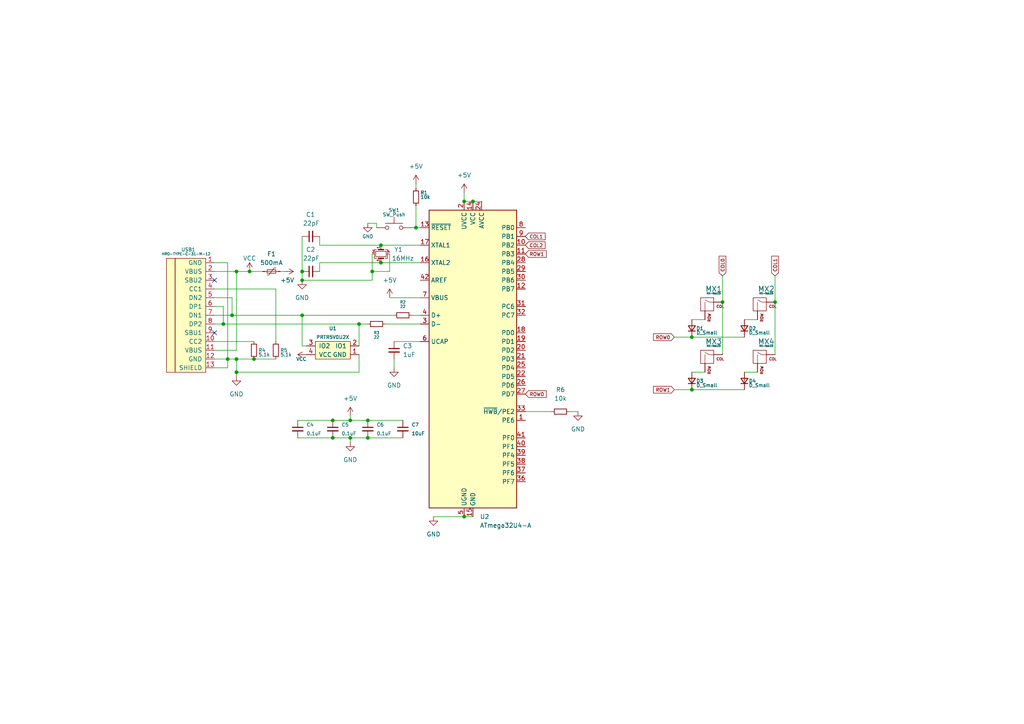
<source format=kicad_sch>
(kicad_sch (version 20211123) (generator eeschema)
  (paper "A4")
  (lib_symbols
    (symbol "Device:C_Small" (pin_numbers hide) (pin_names (offset 0.254) hide)
      (property "Reference" "C" (at 0.254 1.778 0))
      (property "Value" "C_Small" (at 0.254 -2.032 0))
      (symbol "C_Small_0_1"
        (polyline (pts (xy -1.524 -0.508) (xy 1.524 -0.508)) (stroke (width 0.3302)))
        (polyline (pts (xy -1.524 0.508) (xy 1.524 0.508)) (stroke (width 0.3048)))
      )
      (symbol "C_Small_1_1"
        (pin passive line (at 0 2.54 270) (length 2.032) (name "~") (number "1"))
        (pin passive line (at 0 -2.54 90) (length 2.032) (name "~") (number "2"))
      )
    )
    (symbol "Device:Crystal_GND24_Small" (pin_names (offset 1.016) hide)
      (property "Reference" "Y" (at 1.27 4.445 0))
      (property "Value" "Crystal_GND24_Small" (at 1.27 2.54 0))
      (symbol "Crystal_GND24_Small_0_1"
        (rectangle (start -0.762 -1.524) (end 0.762 1.524))
        (polyline (pts (xy -1.27 -0.762) (xy -1.27 0.762)) (stroke (width 0.381)))
        (polyline (pts (xy 1.27 -0.762) (xy 1.27 0.762)) (stroke (width 0.381)))
        (polyline (pts (xy -1.27 -1.27) (xy -1.27 -1.905) (xy 1.27 -1.905) (xy 1.27 -1.27)))
        (polyline (pts (xy -1.27 1.27) (xy -1.27 1.905) (xy 1.27 1.905) (xy 1.27 1.27)))
      )
      (symbol "Crystal_GND24_Small_1_1"
        (pin passive line (at -2.54 0 0) (length 1.27) (name "1") (number "1"))
        (pin passive line (at 0 -2.54 90) (length 0.635) (name "2") (number "2"))
        (pin passive line (at 2.54 0 180) (length 1.27) (name "3") (number "3"))
        (pin passive line (at 0 2.54 270) (length 0.635) (name "4") (number "4"))
      )
    )
    (symbol "Device:D_Small" (pin_numbers hide) (pin_names (offset 0.254) hide)
      (property "Reference" "D" (at -1.27 2.032 0))
      (property "Value" "D_Small" (at -3.81 -2.032 0))
      (symbol "D_Small_0_1"
        (polyline (pts (xy -0.762 -1.016) (xy -0.762 1.016)) (stroke (width 0.254)))
        (polyline (pts (xy -0.762 0) (xy 0.762 0)))
        (polyline (pts (xy 0.762 -1.016) (xy -0.762 0) (xy 0.762 1.016) (xy 0.762 -1.016)) (stroke (width 0.254)))
      )
      (symbol "D_Small_1_1"
        (pin passive line (at -2.54 0 0) (length 1.778) (name "K") (number "1"))
        (pin passive line (at 2.54 0 180) (length 1.778) (name "A") (number "2"))
      )
    )
    (symbol "Device:Polyfuse_Small" (pin_numbers hide) (pin_names (offset 0))
      (property "Reference" "F" (at -1.905 0 90))
      (property "Value" "Polyfuse_Small" (at 1.905 0 90))
      (symbol "Polyfuse_Small_0_1"
        (rectangle (start -0.508 1.27) (end 0.508 -1.27))
        (polyline (pts (xy 0 2.54) (xy 0 -2.54)))
        (polyline (pts (xy -1.016 1.27) (xy -1.016 0.762) (xy 1.016 -0.762) (xy 1.016 -1.27)))
      )
      (symbol "Polyfuse_Small_1_1"
        (pin passive line (at 0 2.54 270) (length 0.635) (name "~") (number "1"))
        (pin passive line (at 0 -2.54 90) (length 0.635) (name "~") (number "2"))
      )
    )
    (symbol "Device:R_Small" (pin_numbers hide) (pin_names (offset 0.254) hide)
      (property "Reference" "R" (at 0.762 0.508 0))
      (property "Value" "R_Small" (at 0.762 -1.016 0))
      (symbol "R_Small_0_1"
        (rectangle (start -0.762 1.778) (end 0.762 -1.778) (stroke (width 0.2032)))
      )
      (symbol "R_Small_1_1"
        (pin passive line (at 0 2.54 270) (length 0.762) (name "~") (number "1"))
        (pin passive line (at 0 -2.54 90) (length 0.762) (name "~") (number "2"))
      )
    )
    (symbol "MCU_Microchip_ATmega:ATmega32U4-A"
      (property "Reference" "U" (at -12.7 44.45 0))
      (property "Value" "ATmega32U4-A" (at 2.54 -44.45 0))
      (symbol "ATmega32U4-A_0_1"
        (rectangle (start -12.7 -43.18) (end 12.7 43.18) (stroke (width 0.254)) (fill (type background)))
      )
      (symbol "ATmega32U4-A_1_1"
        (pin bidirectional line (at 15.24 -17.78 180) (length 2.54) (name "PE6") (number "1"))
        (pin bidirectional line (at 15.24 33.02 180) (length 2.54) (name "PB2") (number "10"))
        (pin bidirectional line (at 15.24 30.48 180) (length 2.54) (name "PB3") (number "11"))
        (pin bidirectional line (at 15.24 20.32 180) (length 2.54) (name "PB7") (number "12"))
        (pin input line (at -15.24 38.1 0) (length 2.54) (name "~{RESET}") (number "13"))
        (pin power_in line (at 0 45.72 270) (length 2.54) (name "VCC") (number "14"))
        (pin power_in line (at 0 -45.72 90) (length 2.54) (name "GND") (number "15"))
        (pin output line (at -15.24 27.94 0) (length 2.54) (name "XTAL2") (number "16"))
        (pin input line (at -15.24 33.02 0) (length 2.54) (name "XTAL1") (number "17"))
        (pin bidirectional line (at 15.24 7.62 180) (length 2.54) (name "PD0") (number "18"))
        (pin bidirectional line (at 15.24 5.08 180) (length 2.54) (name "PD1") (number "19"))
        (pin power_in line (at -2.54 45.72 270) (length 2.54) (name "UVCC") (number "2"))
        (pin bidirectional line (at 15.24 2.54 180) (length 2.54) (name "PD2") (number "20"))
        (pin bidirectional line (at 15.24 0 180) (length 2.54) (name "PD3") (number "21"))
        (pin bidirectional line (at 15.24 -5.08 180) (length 2.54) (name "PD5") (number "22"))
        (pin passive line (at 0 -45.72 90) (length 2.54) hide (name "GND") (number "23"))
        (pin power_in line (at 2.54 45.72 270) (length 2.54) (name "AVCC") (number "24"))
        (pin bidirectional line (at 15.24 -2.54 180) (length 2.54) (name "PD4") (number "25"))
        (pin bidirectional line (at 15.24 -7.62 180) (length 2.54) (name "PD6") (number "26"))
        (pin bidirectional line (at 15.24 -10.16 180) (length 2.54) (name "PD7") (number "27"))
        (pin bidirectional line (at 15.24 27.94 180) (length 2.54) (name "PB4") (number "28"))
        (pin bidirectional line (at 15.24 25.4 180) (length 2.54) (name "PB5") (number "29"))
        (pin bidirectional line (at -15.24 10.16 0) (length 2.54) (name "D-") (number "3"))
        (pin bidirectional line (at 15.24 22.86 180) (length 2.54) (name "PB6") (number "30"))
        (pin bidirectional line (at 15.24 15.24 180) (length 2.54) (name "PC6") (number "31"))
        (pin bidirectional line (at 15.24 12.7 180) (length 2.54) (name "PC7") (number "32"))
        (pin bidirectional line (at 15.24 -15.24 180) (length 2.54) (name "~{HWB}/PE2") (number "33"))
        (pin passive line (at 0 45.72 270) (length 2.54) hide (name "VCC") (number "34"))
        (pin passive line (at 0 -45.72 90) (length 2.54) hide (name "GND") (number "35"))
        (pin bidirectional line (at 15.24 -35.56 180) (length 2.54) (name "PF7") (number "36"))
        (pin bidirectional line (at 15.24 -33.02 180) (length 2.54) (name "PF6") (number "37"))
        (pin bidirectional line (at 15.24 -30.48 180) (length 2.54) (name "PF5") (number "38"))
        (pin bidirectional line (at 15.24 -27.94 180) (length 2.54) (name "PF4") (number "39"))
        (pin bidirectional line (at -15.24 12.7 0) (length 2.54) (name "D+") (number "4"))
        (pin bidirectional line (at 15.24 -25.4 180) (length 2.54) (name "PF1") (number "40"))
        (pin bidirectional line (at 15.24 -22.86 180) (length 2.54) (name "PF0") (number "41"))
        (pin passive line (at -15.24 22.86 0) (length 2.54) (name "AREF") (number "42"))
        (pin passive line (at 0 -45.72 90) (length 2.54) hide (name "GND") (number "43"))
        (pin passive line (at 2.54 45.72 270) (length 2.54) hide (name "AVCC") (number "44"))
        (pin passive line (at -2.54 -45.72 90) (length 2.54) (name "UGND") (number "5"))
        (pin passive line (at -15.24 5.08 0) (length 2.54) (name "UCAP") (number "6"))
        (pin input line (at -15.24 17.78 0) (length 2.54) (name "VBUS") (number "7"))
        (pin bidirectional line (at 15.24 38.1 180) (length 2.54) (name "PB0") (number "8"))
        (pin bidirectional line (at 15.24 35.56 180) (length 2.54) (name "PB1") (number "9"))
      )
    )
    (symbol "MX_Alps_Hybrid:MX-NoLED" (pin_names (offset 1.016))
      (property "Reference" "MX" (at -0.635 3.81 0))
      (property "Value" "MX-NoLED" (at -0.635 1.27 0))
      (symbol "MX-NoLED_0_0"
        (rectangle (start -2.54 2.54) (end 1.27 -1.27))
        (polyline (pts (xy -1.27 -1.27) (xy -1.27 1.27)) (stroke (width 0.127)))
        (polyline (pts (xy 1.27 1.27) (xy 0 1.27) (xy -1.27 1.905)) (stroke (width 0.127)))
        (text "COL" (at 3.175 0 0) (effects (font (size 0.762 0.762))))
        (text "ROW" (at 0 -1.905 900) (effects (font (size 0.762 0.762)) (justify right)))
      )
      (symbol "MX-NoLED_1_1"
        (pin passive line (at 3.81 1.27 180) (length 2.54) (name "COL") (number "1"))
        (pin passive line (at -1.27 -3.81 90) (length 2.54) (name "ROW") (number "2"))
      )
    )
    (symbol "Switch:SW_Push" (pin_numbers hide) (pin_names (offset 1.016) hide)
      (property "Reference" "SW" (at 1.27 2.54 0))
      (property "Value" "SW_Push" (at 0 -1.524 0))
      (symbol "SW_Push_0_1"
        (circle (center -2.032 0) (radius 0.508))
        (polyline (pts (xy 0 1.27) (xy 0 3.048)))
        (polyline (pts (xy 2.54 1.27) (xy -2.54 1.27)))
        (circle (center 2.032 0) (radius 0.508))
        (pin passive line (at -5.08 0 0) (length 2.54) (name "1") (number "1"))
        (pin passive line (at 5.08 0 180) (length 2.54) (name "2") (number "2"))
      )
    )
    (symbol "Type-C:HRO-TYPE-C-31-M-12" (pin_names (offset 1.016))
      (property "Reference" "USB" (at -5.08 16.51 0))
      (property "Value" "HRO-TYPE-C-31-M-12" (at -10.16 -1.27 90))
      (symbol "HRO-TYPE-C-31-M-12_0_1"
        (rectangle (start -11.43 15.24) (end -8.89 -17.78) (fill (type background)))
        (rectangle (start 0 -17.78) (end -8.89 15.24) (fill (type background)))
      )
      (symbol "HRO-TYPE-C-31-M-12_1_1"
        (pin input line (at 2.54 13.97 180) (length 2.54) (name "GND") (number "1"))
        (pin input line (at 2.54 -8.89 180) (length 2.54) (name "CC2") (number "10"))
        (pin input line (at 2.54 -11.43 180) (length 2.54) (name "VBUS") (number "11"))
        (pin input line (at 2.54 -13.97 180) (length 2.54) (name "GND") (number "12"))
        (pin input line (at 2.54 -16.51 180) (length 2.54) (name "SHIELD") (number "13"))
        (pin input line (at 2.54 11.43 180) (length 2.54) (name "VBUS") (number "2"))
        (pin input line (at 2.54 8.89 180) (length 2.54) (name "SBU2") (number "3"))
        (pin input line (at 2.54 6.35 180) (length 2.54) (name "CC1") (number "4"))
        (pin input line (at 2.54 3.81 180) (length 2.54) (name "DN2") (number "5"))
        (pin input line (at 2.54 1.27 180) (length 2.54) (name "DP1") (number "6"))
        (pin input line (at 2.54 -1.27 180) (length 2.54) (name "DN1") (number "7"))
        (pin input line (at 2.54 -3.81 180) (length 2.54) (name "DP2") (number "8"))
        (pin input line (at 2.54 -6.35 180) (length 2.54) (name "SBU1") (number "9"))
      )
    )
    (symbol "power:+5V" (power) (pin_names (offset 0))
      (property "Value" "+5V" (at 0 3.556 0))
      (symbol "+5V_0_1"
        (polyline (pts (xy -0.762 1.27) (xy 0 2.54)))
        (polyline (pts (xy 0 0) (xy 0 2.54)))
        (polyline (pts (xy 0 2.54) (xy 0.762 1.27)))
      )
      (symbol "+5V_1_1"
        (pin power_in line (at 0 0 90) (length 0) hide (name "+5V") (number "1"))
      )
    )
    (symbol "power:GND" (power) (pin_names (offset 0))
      (property "Value" "GND" (at 0 -3.81 0))
      (symbol "GND_0_1"
        (polyline (pts (xy 0 0) (xy 0 -1.27) (xy 1.27 -1.27) (xy 0 -2.54) (xy -1.27 -1.27) (xy 0 -1.27)))
      )
      (symbol "GND_1_1"
        (pin power_in line (at 0 0 270) (length 0) hide (name "GND") (number "1"))
      )
    )
    (symbol "power:VCC" (power) (pin_names (offset 0))
      (property "Value" "VCC" (at 0 3.81 0))
      (symbol "VCC_0_1"
        (polyline (pts (xy -0.762 1.27) (xy 0 2.54)))
        (polyline (pts (xy 0 0) (xy 0 2.54)))
        (polyline (pts (xy 0 2.54) (xy 0.762 1.27)))
      )
      (symbol "VCC_1_1"
        (pin power_in line (at 0 0 90) (length 0) hide (name "VCC") (number "1"))
      )
    )
    (symbol "random-keyboard-parts:PRTR5V0U2X" (pin_names (offset 1.016))
      (property "Reference" "U" (at 0 3.81 0))
      (property "Value" "PRTR5V0U2X" (at 0 -3.81 0))
      (symbol "PRTR5V0U2X_0_1"
        (rectangle (start -5.08 2.54) (end 5.08 -2.54) (fill (type background)))
      )
      (symbol "PRTR5V0U2X_1_1"
        (pin input line (at -7.62 1.27 0) (length 2.54) (name "GND") (number "1"))
        (pin input line (at -7.62 -1.27 0) (length 2.54) (name "IO1") (number "2"))
        (pin input line (at 7.62 -1.27 180) (length 2.54) (name "IO2") (number "3"))
        (pin input line (at 7.62 1.27 180) (length 2.54) (name "VCC") (number "4"))
      )
    )
  )
  (junction (at 106.68 127))
  (junction (at 110.49 76.2))
  (junction (at 107.95 78.74))
  (junction (at 66.04 104.14))
  (junction (at 104.14 93.98))
  (junction (at 87.63 91.44))
  (junction (at 200.66 113.03))
  (junction (at 96.52 127))
  (junction (at 72.39 78.74))
  (junction (at 68.58 107.95))
  (junction (at 101.6 127))
  (junction (at 120.65 66.04))
  (junction (at 200.66 97.79))
  (junction (at 67.31 91.44))
  (junction (at 68.58 104.14))
  (junction (at 87.63 78.74))
  (junction (at 224.79 87.63))
  (junction (at 134.62 58.42))
  (junction (at 101.6 121.92))
  (junction (at 209.55 87.63))
  (junction (at 73.66 104.14))
  (junction (at 137.16 58.42))
  (junction (at 68.58 78.74))
  (junction (at 110.49 71.12))
  (junction (at 134.62 149.86))
  (junction (at 64.77 93.98))
  (junction (at 106.68 121.92))
  (junction (at 87.63 81.28))
  (junction (at 96.52 121.92))
  (no_connect (at 62.23 81.28))
  (no_connect (at 62.23 96.52))
  (wire (pts (xy 67.31 86.36) (xy 67.31 91.44)))
  (wire (pts (xy 80.01 83.82) (xy 62.23 83.82)))
  (wire (pts (xy 120.65 53.34) (xy 120.65 54.61)))
  (wire (pts (xy 209.55 80.01) (xy 209.55 87.63)))
  (wire (pts (xy 96.52 121.92) (xy 101.6 121.92)))
  (wire (pts (xy 101.6 120.65) (xy 101.6 121.92)))
  (wire (pts (xy 224.79 87.63) (xy 224.79 102.87)))
  (wire (pts (xy 165.1 119.38) (xy 167.64 119.38)))
  (wire (pts (xy 200.66 97.79) (xy 215.9 97.79)))
  (wire (pts (xy 68.58 78.74) (xy 72.39 78.74)))
  (wire (pts (xy 200.66 92.71) (xy 204.47 92.71)))
  (wire (pts (xy 134.62 149.86) (xy 137.16 149.86)))
  (wire (pts (xy 104.14 102.87) (xy 104.14 107.95)))
  (wire (pts (xy 104.14 93.98) (xy 106.68 93.98)))
  (wire (pts (xy 62.23 78.74) (xy 68.58 78.74)))
  (wire (pts (xy 200.66 107.95) (xy 204.47 107.95)))
  (wire (pts (xy 96.52 127) (xy 101.6 127)))
  (wire (pts (xy 92.71 78.74) (xy 92.71 76.2)))
  (wire (pts (xy 224.79 80.01) (xy 224.79 87.63)))
  (wire (pts (xy 119.38 66.04) (xy 120.65 66.04)))
  (wire (pts (xy 195.58 113.03) (xy 200.66 113.03)))
  (wire (pts (xy 125.73 149.86) (xy 134.62 149.86)))
  (wire (pts (xy 215.9 92.71) (xy 219.71 92.71)))
  (wire (pts (xy 66.04 104.14) (xy 66.04 76.2)))
  (wire (pts (xy 110.49 71.12) (xy 121.92 71.12)))
  (wire (pts (xy 121.92 86.36) (xy 113.03 86.36)))
  (wire (pts (xy 62.23 91.44) (xy 67.31 91.44)))
  (wire (pts (xy 62.23 106.68) (xy 66.04 106.68)))
  (wire (pts (xy 215.9 113.03) (xy 200.66 113.03)))
  (wire (pts (xy 67.31 91.44) (xy 87.63 91.44)))
  (wire (pts (xy 68.58 104.14) (xy 73.66 104.14)))
  (wire (pts (xy 104.14 93.98) (xy 104.14 100.33)))
  (wire (pts (xy 134.62 58.42) (xy 137.16 58.42)))
  (wire (pts (xy 87.63 81.28) (xy 107.95 81.28)))
  (wire (pts (xy 101.6 121.92) (xy 106.68 121.92)))
  (wire (pts (xy 66.04 104.14) (xy 66.04 106.68)))
  (wire (pts (xy 80.01 83.82) (xy 80.01 99.06)))
  (wire (pts (xy 62.23 99.06) (xy 73.66 99.06)))
  (wire (pts (xy 62.23 104.14) (xy 66.04 104.14)))
  (wire (pts (xy 114.3 104.14) (xy 114.3 106.68)))
  (wire (pts (xy 137.16 58.42) (xy 139.7 58.42)))
  (wire (pts (xy 81.28 78.74) (xy 82.55 78.74)))
  (wire (pts (xy 120.65 66.04) (xy 121.92 66.04)))
  (wire (pts (xy 113.03 78.74) (xy 107.95 78.74)))
  (wire (pts (xy 92.71 76.2) (xy 110.49 76.2)))
  (wire (pts (xy 107.95 78.74) (xy 107.95 73.66)))
  (wire (pts (xy 62.23 93.98) (xy 64.77 93.98)))
  (wire (pts (xy 62.23 86.36) (xy 67.31 86.36)))
  (wire (pts (xy 86.36 127) (xy 96.52 127)))
  (wire (pts (xy 68.58 78.74) (xy 68.58 101.6)))
  (wire (pts (xy 111.76 93.98) (xy 121.92 93.98)))
  (wire (pts (xy 120.65 59.69) (xy 120.65 66.04)))
  (wire (pts (xy 73.66 104.14) (xy 80.01 104.14)))
  (wire (pts (xy 110.49 76.2) (xy 121.92 76.2)))
  (wire (pts (xy 101.6 127) (xy 101.6 128.27)))
  (wire (pts (xy 92.71 71.12) (xy 110.49 71.12)))
  (wire (pts (xy 66.04 104.14) (xy 68.58 104.14)))
  (wire (pts (xy 106.68 127) (xy 116.84 127)))
  (wire (pts (xy 106.68 64.77) (xy 109.22 64.77)))
  (wire (pts (xy 64.77 88.9) (xy 62.23 88.9)))
  (wire (pts (xy 107.95 81.28) (xy 107.95 78.74)))
  (wire (pts (xy 215.9 107.95) (xy 219.71 107.95)))
  (wire (pts (xy 68.58 107.95) (xy 68.58 109.22)))
  (wire (pts (xy 86.36 121.92) (xy 96.52 121.92)))
  (wire (pts (xy 87.63 91.44) (xy 114.3 91.44)))
  (wire (pts (xy 134.62 55.88) (xy 134.62 58.42)))
  (wire (pts (xy 64.77 93.98) (xy 104.14 93.98)))
  (wire (pts (xy 114.3 99.06) (xy 121.92 99.06)))
  (wire (pts (xy 92.71 68.58) (xy 92.71 71.12)))
  (wire (pts (xy 209.55 87.63) (xy 209.55 102.87)))
  (wire (pts (xy 72.39 78.74) (xy 76.2 78.74)))
  (wire (pts (xy 109.22 66.04) (xy 109.22 64.77)))
  (wire (pts (xy 195.58 97.79) (xy 200.66 97.79)))
  (wire (pts (xy 68.58 104.14) (xy 68.58 107.95)))
  (wire (pts (xy 106.68 121.92) (xy 116.84 121.92)))
  (wire (pts (xy 87.63 68.58) (xy 87.63 78.74)))
  (wire (pts (xy 88.9 100.33) (xy 87.63 100.33)))
  (wire (pts (xy 104.14 107.95) (xy 68.58 107.95)))
  (wire (pts (xy 87.63 78.74) (xy 87.63 81.28)))
  (wire (pts (xy 68.58 101.6) (xy 62.23 101.6)))
  (wire (pts (xy 66.04 76.2) (xy 62.23 76.2)))
  (wire (pts (xy 87.63 100.33) (xy 87.63 91.44)))
  (wire (pts (xy 101.6 127) (xy 106.68 127)))
  (wire (pts (xy 119.38 91.44) (xy 121.92 91.44)))
  (wire (pts (xy 64.77 93.98) (xy 64.77 88.9)))
  (wire (pts (xy 113.03 73.66) (xy 113.03 78.74)))
  (wire (pts (xy 152.4 119.38) (xy 160.02 119.38)))
  (global_label "ROW0" (shape input) (at 152.4 114.3 0) (effects (font (size 1 1))) (property "Intersheet References" "${INTERSHEET_REFS}" (effects hide)))
  (global_label "ROW0" (shape input) (at 195.58 97.79 180) (effects (font (size 1 1))) (property "Intersheet References" "${INTERSHEET_REFS}" (effects hide)))
  (global_label "ROW1" (shape input) (at 195.58 113.03 180) (effects (font (size 1 1))) (property "Intersheet References" "${INTERSHEET_REFS}" (effects hide)))
  (global_label "COL1" (shape input) (at 224.79 80.01 90) (effects (font (size 1 1))) (property "Intersheet References" "${INTERSHEET_REFS}" (effects hide)))
  (global_label "ROW1" (shape input) (at 152.4 73.66 0) (effects (font (size 1 1))) (property "Intersheet References" "${INTERSHEET_REFS}" (effects hide)))
  (global_label "COL1" (shape input) (at 152.4 68.58 0) (effects (font (size 1 1))) (property "Intersheet References" "${INTERSHEET_REFS}" (effects hide)))
  (global_label "COL0" (shape input) (at 209.55 80.01 90) (effects (font (size 1 1))) (property "Intersheet References" "${INTERSHEET_REFS}" (effects hide)))
  (global_label "COL2" (shape input) (at 152.4 71.12 0) (effects (font (size 1 1))) (property "Intersheet References" "${INTERSHEET_REFS}" (effects hide)))
  (symbol (lib_id "power:GND") (at 125.73 149.86 0) (unit 1)
    (property "Reference" "#PWR0101" (effects hide))
    (property "Value" "GND" (at 125.73 154.94 0))
  )
  (symbol (lib_id "Device:R_Small") (at 109.22 93.98 90) (unit 1)
    (property "Reference" "R3" (at 109.22 96.52 90) (effects (font (size 0.8 0.8))))
    (property "Value" "22" (at 109.22 97.79 90) (effects (font (size 0.8 0.8))))
    (property "Footprint" "Resistor_SMD:R_0805_2012Metric" (effects hide))
  )
  (symbol (lib_id "Device:C_Small") (at 116.84 124.46 0) (unit 1)
    (property "Reference" "C7" (at 119.38 123.1962 0) (effects (font (size 1 1)) (justify left)))
    (property "Value" "10uF" (at 119.38 125.7362 0) (effects (font (size 1 1)) (justify left)))
    (property "Footprint" "Capacitor_SMD:C_0805_2012Metric" (effects hide))
  )
  (symbol (lib_id "MX_Alps_Hybrid:MX-NoLED") (at 205.74 104.14 0) (unit 1)
    (property "Reference" "MX3" (at 207.01 99.06 0) (effects (font (size 1.524 1.524))))
    (property "Value" "MX-NoLED" (at 207.01 100.33 0) (effects (font (size 0.508 0.508))))
    (property "Footprint" "MX_Alps_Hybrid:MX-1U" (effects hide))
  )
  (symbol (lib_id "Type-C:HRO-TYPE-C-31-M-12") (at 59.69 90.17 0) (unit 1)
    (property "Reference" "USB1" (at 54.61 72.39 0) (effects (font (size 1 1))))
    (property "Value" "HRO-TYPE-C-31-M-12" (at 53.975 73.66 0) (effects (font (size 0.75 0.75))))
    (property "Footprint" "Crystal:Crystal_SMD_3225-4Pin_3.2x2.5mm" (effects hide))
  )
  (symbol (lib_id "MX_Alps_Hybrid:MX-NoLED") (at 205.74 88.9 0) (unit 1)
    (property "Reference" "MX1" (at 207.01 83.82 0) (effects (font (size 1.524 1.524))))
    (property "Value" "MX-NoLED" (at 207.01 85.09 0) (effects (font (size 0.508 0.508))))
    (property "Footprint" "MX_Alps_Hybrid:MX-1U" (effects hide))
  )
  (symbol (lib_id "Device:D_Small") (at 200.66 110.49 90) (unit 1)
    (property "Reference" "D3" (at 201.93 110.49 90) (effects (font (size 1 1)) (justify right)))
    (property "Value" "D_Small" (at 201.93 111.76 90) (effects (font (size 1 1)) (justify right)))
    (property "Footprint" "Diode_SMD:D_SOD-123" (effects hide))
  )
  (symbol (lib_id "MX_Alps_Hybrid:MX-NoLED") (at 220.98 104.14 0) (unit 1)
    (property "Reference" "MX4" (at 222.25 99.06 0) (effects (font (size 1.524 1.524))))
    (property "Value" "MX-NoLED" (at 222.25 100.33 0) (effects (font (size 0.508 0.508))))
    (property "Footprint" "MX_Alps_Hybrid:MX-1U" (effects hide))
  )
  (symbol (lib_id "Device:C_Small") (at 114.3 101.6 0) (unit 1)
    (property "Reference" "C3" (at 116.84 100.3362 0) (effects (justify left)))
    (property "Value" "1uF" (at 116.84 102.8762 0) (effects (justify left)))
    (property "Footprint" "Capacitor_SMD:C_0805_2012Metric" (effects hide))
  )
  (symbol (lib_id "power:GND") (at 106.68 64.77 0) (unit 1)
    (property "Reference" "#PWR0104" (effects hide))
    (property "Value" "GND" (at 106.68 68.58 0) (effects (font (size 1 1))))
  )
  (symbol (lib_id "MX_Alps_Hybrid:MX-NoLED") (at 220.98 88.9 0) (unit 1)
    (property "Reference" "MX2" (at 222.25 83.82 0) (effects (font (size 1.524 1.524))))
    (property "Value" "MX-NoLED" (at 222.25 85.09 0) (effects (font (size 0.508 0.508))))
    (property "Footprint" "MX_Alps_Hybrid:MX-1U" (effects hide))
  )
  (symbol (lib_id "Device:C_Small") (at 90.17 78.74 90) (unit 1)
    (property "Reference" "C2" (at 91.44 72.39 90) (effects (justify left)))
    (property "Value" "22pF" (at 92.71 74.93 90) (effects (justify left)))
    (property "Footprint" "Capacitor_SMD:C_0805_2012Metric" (effects hide))
  )
  (symbol (lib_id "Device:R_Small") (at 80.01 101.6 0) (unit 1)
    (property "Reference" "R5" (at 81.28 101.6001 0) (effects (font (size 1 1)) (justify left)))
    (property "Value" "5.1k" (at 81.28 102.87 0) (effects (font (size 1 1)) (justify left)))
    (property "Footprint" "Resistor_SMD:R_0805_2012Metric" (effects hide))
  )
  (symbol (lib_id "power:VCC") (at 88.9 102.87 90) (unit 1)
    (property "Reference" "#PWR0112" (effects hide))
    (property "Value" "VCC" (at 88.9 104.14 90) (effects (font (size 1 1)) (justify left)))
  )
  (symbol (lib_id "Switch:SW_Push") (at 114.3 66.04 0) (unit 1)
    (property "Reference" "SW1" (at 114.3 60.96 0) (effects (font (size 1 1))))
    (property "Value" "SW_Push" (at 114.3 62.23 0) (effects (font (size 1 1))))
    (property "Footprint" "random-keyboard-parts:SKQG-1155865" (effects hide))
  )
  (symbol (lib_id "Device:R_Small") (at 120.65 57.15 0) (unit 1)
    (property "Reference" "R1" (at 121.92 55.88 0) (effects (font (size 1 1)) (justify left)))
    (property "Value" "10k" (at 121.92 57.15 0) (effects (font (size 1 1)) (justify left)))
    (property "Footprint" "Resistor_SMD:R_0805_2012Metric" (effects hide))
  )
  (symbol (lib_id "power:+5V") (at 82.55 78.74 270) (unit 1)
    (property "Reference" "#PWR0110" (effects hide))
    (property "Value" "+5V" (at 81.28 81.28 90) (effects (justify left)))
  )
  (symbol (lib_id "power:+5V") (at 120.65 53.34 0) (unit 1)
    (property "Reference" "#PWR0106" (effects hide))
    (property "Value" "+5V" (at 120.65 48.26 0))
  )
  (symbol (lib_id "power:GND") (at 68.58 109.22 0) (unit 1)
    (property "Reference" "#PWR0107" (effects hide))
    (property "Value" "GND" (at 68.58 114.3 0))
  )
  (symbol (lib_id "Device:C_Small") (at 90.17 68.58 90) (unit 1)
    (property "Reference" "C1" (at 91.44 62.23 90) (effects (justify left)))
    (property "Value" "22pF" (at 92.71 64.77 90) (effects (justify left)))
    (property "Footprint" "Capacitor_SMD:C_0805_2012Metric" (effects hide))
  )
  (symbol (lib_id "Device:D_Small") (at 200.66 95.25 90) (unit 1)
    (property "Reference" "D1" (at 201.93 95.25 90) (effects (font (size 1 1)) (justify right)))
    (property "Value" "D_Small" (at 201.93 96.52 90) (effects (font (size 1 1)) (justify right)))
    (property "Footprint" "Diode_SMD:D_SOD-123" (effects hide))
  )
  (symbol (lib_id "power:+5V") (at 134.62 55.88 0) (unit 1)
    (property "Reference" "#PWR0105" (effects hide))
    (property "Value" "+5V" (at 134.62 50.8 0))
  )
  (symbol (lib_id "MCU_Microchip_ATmega:ATmega32U4-A") (at 137.16 104.14 0) (unit 1)
    (property "Reference" "U2" (at 139.1794 149.86 0) (effects (justify left)))
    (property "Value" "ATmega32U4-A" (at 139.1794 152.4 0) (effects (justify left)))
    (property "Footprint" "Package_QFP:TQFP-44_10x10mm_P0.8mm" (effects hide))
    (property "Datasheet" "http://ww1.microchip.com/downloads/en/DeviceDoc/Atmel-7766-8-bit-AVR-ATmega16U4-32U4_Datasheet.pdf" (effects hide))
  )
  (symbol (lib_id "power:GND") (at 167.64 119.38 0) (unit 1)
    (property "Reference" "#PWR0113" (effects hide))
    (property "Value" "GND" (at 167.64 124.46 0))
  )
  (symbol (lib_id "Device:C_Small") (at 106.68 124.46 0) (unit 1)
    (property "Reference" "C6" (at 109.22 123.1962 0) (effects (font (size 1 1)) (justify left)))
    (property "Value" "0.1uF" (at 109.22 125.7362 0) (effects (font (size 1 1)) (justify left)))
    (property "Footprint" "Capacitor_SMD:C_0805_2012Metric" (effects hide))
  )
  (symbol (lib_id "Device:C_Small") (at 96.52 124.46 0) (unit 1)
    (property "Reference" "C5" (at 99.06 123.1962 0) (effects (font (size 1 1)) (justify left)))
    (property "Value" "0.1uF" (at 99.06 125.7362 0) (effects (font (size 1 1)) (justify left)))
    (property "Footprint" "Capacitor_SMD:C_0805_2012Metric" (effects hide))
  )
  (symbol (lib_id "power:VCC") (at 72.39 78.74 0) (unit 1)
    (property "Reference" "#PWR0114" (effects hide))
    (property "Value" "VCC" (at 72.39 74.93 0))
  )
  (symbol (lib_id "power:GND") (at 101.6 128.27 0) (unit 1)
    (property "Reference" "#PWR0108" (effects hide))
    (property "Value" "GND" (at 101.6 133.35 0))
  )
  (symbol (lib_id "random-keyboard-parts:PRTR5V0U2X") (at 96.52 101.6 180) (unit 1)
    (property "Reference" "U1" (at 96.52 95.25 0) (effects (font (size 1 1))))
    (property "Value" "PRTR5V0U2X" (at 96.52 97.79 0) (effects (font (size 1 1))))
    (property "Footprint" "random-keyboard-parts:SOT143B" (effects hide))
  )
  (symbol (lib_id "Device:R_Small") (at 73.66 101.6 0) (unit 1)
    (property "Reference" "R4" (at 74.93 101.6001 0) (effects (font (size 1 1)) (justify left)))
    (property "Value" "5.1k" (at 74.93 102.87 0) (effects (font (size 1 1)) (justify left)))
    (property "Footprint" "Resistor_SMD:R_0805_2012Metric" (effects hide))
  )
  (symbol (lib_id "Device:D_Small") (at 215.9 110.49 90) (unit 1)
    (property "Reference" "D4" (at 217.17 110.49 90) (effects (font (size 1 1)) (justify right)))
    (property "Value" "D_Small" (at 217.17 111.76 90) (effects (font (size 1 1)) (justify right)))
    (property "Footprint" "Diode_SMD:D_SOD-123" (effects hide))
  )
  (symbol (lib_id "power:+5V") (at 101.6 120.65 0) (unit 1)
    (property "Reference" "#PWR0109" (effects hide))
    (property "Value" "+5V" (at 101.6 115.57 0))
  )
  (symbol (lib_id "power:GND") (at 87.63 81.28 0) (unit 1)
    (property "Reference" "#PWR0111" (effects hide))
    (property "Value" "GND" (at 87.63 86.36 0))
  )
  (symbol (lib_id "Device:R_Small") (at 162.56 119.38 90) (unit 1)
    (property "Reference" "R6" (at 162.56 113.03 90))
    (property "Value" "10k" (at 162.56 115.57 90))
    (property "Footprint" "Resistor_SMD:R_0805_2012Metric" (effects hide))
  )
  (symbol (lib_id "power:+5V") (at 113.03 86.36 0) (unit 1)
    (property "Reference" "#PWR0103" (effects hide))
    (property "Value" "+5V" (at 113.03 81.28 0))
  )
  (symbol (lib_id "power:GND") (at 114.3 106.68 0) (unit 1)
    (property "Reference" "#PWR0102" (effects hide))
    (property "Value" "GND" (at 114.3 111.76 0))
  )
  (symbol (lib_id "Device:D_Small") (at 215.9 95.25 90) (unit 1)
    (property "Reference" "D2" (at 217.17 95.25 90) (effects (font (size 1 1)) (justify right)))
    (property "Value" "D_Small" (at 217.17 96.52 90) (effects (font (size 1 1)) (justify right)))
    (property "Footprint" "Diode_SMD:D_SOD-123" (effects hide))
  )
  (symbol (lib_id "Device:Crystal_GND24_Small") (at 110.49 73.66 270) (unit 1)
    (property "Reference" "Y1" (at 115.57 72.39 90))
    (property "Value" "16MHz" (at 116.84 74.93 90))
    (property "Footprint" "Crystal:Crystal_SMD_3225-4Pin_3.2x2.5mm" (effects hide))
  )
  (symbol (lib_id "Device:Polyfuse_Small") (at 78.74 78.74 90) (unit 1)
    (property "Reference" "F1" (at 78.74 73.66 90))
    (property "Value" "500mA" (at 78.74 76.2 90))
    (property "Footprint" "Fuse:Fuse_1206_3216Metric" (effects hide))
  )
  (symbol (lib_id "Device:R_Small") (at 116.84 91.44 90) (unit 1)
    (property "Reference" "R2" (at 116.84 87.63 90) (effects (font (size 0.8 0.8))))
    (property "Value" "22" (at 116.84 88.9 90) (effects (font (size 0.8 0.8))))
    (property "Footprint" "Resistor_SMD:R_0805_2012Metric" (effects hide))
  )
  (symbol (lib_id "Device:C_Small") (at 86.36 124.46 0) (unit 1)
    (property "Reference" "C4" (at 88.9 123.1962 0) (effects (font (size 1 1)) (justify left)))
    (property "Value" "0.1uF" (at 88.9 125.7362 0) (effects (font (size 1 1)) (justify left)))
    (property "Footprint" "Capacitor_SMD:C_0805_2012Metric" (effects hide))
  )
)
</source>
